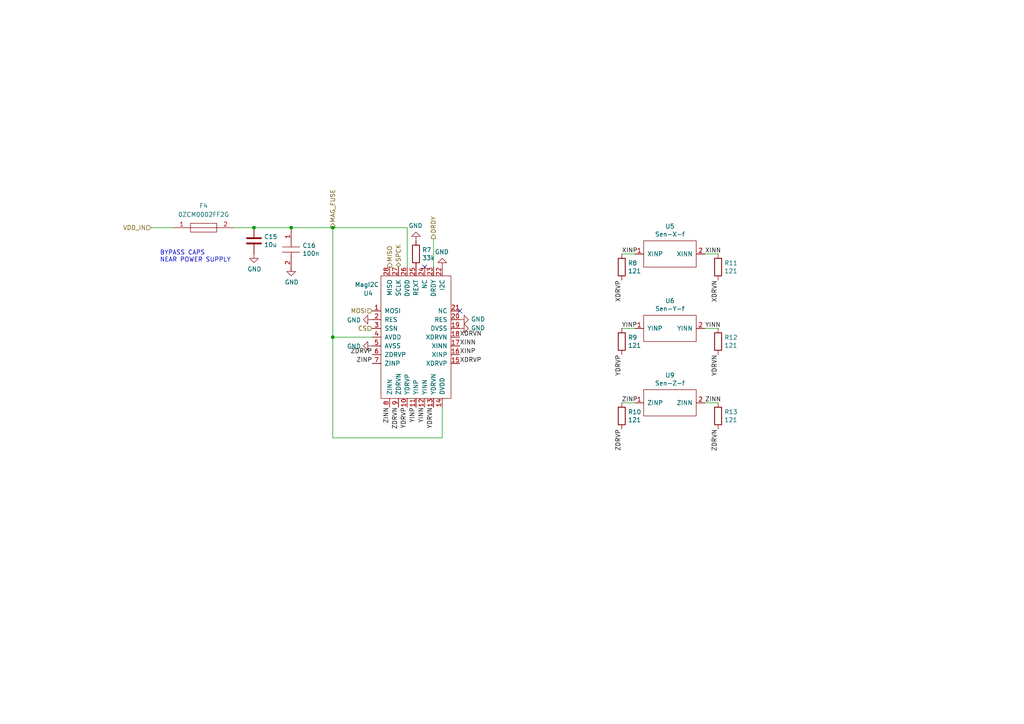
<source format=kicad_sch>
(kicad_sch (version 20211123) (generator eeschema)
  (paper "A4")
  (lib_symbols
    (symbol "ADCS_IC:0ZCM0002FF2G" (pin_names (offset 0.762))
      (property "Reference" "F" (at 13.97 6.35 0))
      (property "Value" "0ZCM0002FF2G" (at 13.97 3.81 0))
      (symbol "0ZCM0002FF2G_0_0"
        (pin passive line (at 0 0 0) (length 5.08) (name "~") (number "1"))
        (pin passive line (at 17.78 0 180) (length 5.08) (name "~") (number "2"))
      )
      (symbol "0ZCM0002FF2G_0_1"
        (polyline (pts (xy 5.08 0) (xy 12.7 0)) (stroke (width 0.1524)))
        (polyline (pts (xy 5.08 1.27) (xy 12.7 1.27) (xy 12.7 -1.27) (xy 5.08 -1.27) (xy 5.08 1.27)) (stroke (width 0.1524)))
      )
    )
    (symbol "ADCS_IC:MagI2C" (pin_names (offset 1.016))
      (property "Reference" "U" (at 0 0 0))
      (property "Value" "MagI2C" (at 0 -2.54 0))
      (symbol "MagI2C_0_1"
        (rectangle (start -10.16 -13.97) (end 10.16 -49.53) (stroke (width 0.1524)))
      )
      (symbol "MagI2C_1_1"
        (pin input line (at -12.7 -24.13 0) (length 2.54) (name "MOSI") (number "1"))
        (pin input line (at -2.54 -52.07 90) (length 2.54) (name "YDRVP") (number "10"))
        (pin input line (at 0 -52.07 90) (length 2.54) (name "YINP") (number "11"))
        (pin input line (at 2.54 -52.07 90) (length 2.54) (name "YINN") (number "12"))
        (pin input line (at 5.08 -52.07 90) (length 2.54) (name "YDRVN") (number "13"))
        (pin input line (at 7.62 -52.07 90) (length 2.54) (name "DVDD") (number "14"))
        (pin input line (at 12.7 -39.37 180) (length 2.54) (name "XDRVP") (number "15"))
        (pin input line (at 12.7 -36.83 180) (length 2.54) (name "XINP") (number "16"))
        (pin input line (at 12.7 -34.29 180) (length 2.54) (name "XINN") (number "17"))
        (pin input line (at 12.7 -31.75 180) (length 2.54) (name "XDRVN") (number "18"))
        (pin input line (at 12.7 -29.21 180) (length 2.54) (name "DVSS") (number "19"))
        (pin input line (at -12.7 -26.67 0) (length 2.54) (name "RES") (number "2"))
        (pin input line (at 12.7 -26.67 180) (length 2.54) (name "RES") (number "20"))
        (pin input line (at 12.7 -24.13 180) (length 2.54) (name "NC") (number "21"))
        (pin input line (at 7.62 -11.43 270) (length 2.54) (name "I2C") (number "22"))
        (pin input line (at 5.08 -11.43 270) (length 2.54) (name "DRDY") (number "23"))
        (pin input line (at 2.54 -11.43 270) (length 2.54) (name "NC") (number "24"))
        (pin input line (at 0 -11.43 270) (length 2.54) (name "REXT") (number "25"))
        (pin input line (at -2.54 -11.43 270) (length 2.54) (name "DVDD") (number "26"))
        (pin input line (at -5.08 -11.43 270) (length 2.54) (name "SCLK") (number "27"))
        (pin input line (at -7.62 -11.43 270) (length 2.54) (name "MISO") (number "28"))
        (pin input line (at -12.7 -29.21 0) (length 2.54) (name "SSN") (number "3"))
        (pin input line (at -12.7 -31.75 0) (length 2.54) (name "AVDD") (number "4"))
        (pin input line (at -12.7 -34.29 0) (length 2.54) (name "AVSS") (number "5"))
        (pin input line (at -12.7 -36.83 0) (length 2.54) (name "ZDRVP") (number "6"))
        (pin input line (at -12.7 -39.37 0) (length 2.54) (name "ZINP") (number "7"))
        (pin input line (at -7.62 -52.07 90) (length 2.54) (name "ZINN") (number "8"))
        (pin input line (at -5.08 -52.07 90) (length 2.54) (name "ZDRVN") (number "9"))
      )
    )
    (symbol "ADCS_IC:Sen-X-f" (pin_names (offset 1.016))
      (property "Reference" "U" (at 0 0 0))
      (property "Value" "Sen-X-f" (at 0 -2.54 0))
      (symbol "Sen-X-f_0_1"
        (rectangle (start -7.62 -5.08) (end 7.62 -12.7))
      )
      (symbol "Sen-X-f_1_1"
        (pin input line (at -10.16 -8.89 0) (length 2.54) (name "XINP") (number "1"))
        (pin input line (at 10.16 -8.89 180) (length 2.54) (name "XINN") (number "2"))
      )
    )
    (symbol "ADCS_IC:Sen-Y-f" (pin_names (offset 1.016))
      (property "Reference" "U" (at 0 0 0))
      (property "Value" "Sen-Y-f" (at 0 -2.54 0))
      (symbol "Sen-Y-f_0_1"
        (rectangle (start -7.62 -5.08) (end 7.62 -12.7))
      )
      (symbol "Sen-Y-f_1_1"
        (pin input line (at -10.16 -8.89 0) (length 2.54) (name "YINP") (number "1"))
        (pin input line (at 10.16 -8.89 180) (length 2.54) (name "YINN") (number "2"))
      )
    )
    (symbol "ADCS_IC:Sen-Z-f" (pin_names (offset 1.016))
      (property "Reference" "U" (at 0 0 0))
      (property "Value" "Sen-Z-f" (at 0 -2.54 0))
      (symbol "Sen-Z-f_0_1"
        (rectangle (start -7.62 -5.08) (end 7.62 -12.7))
      )
      (symbol "Sen-Z-f_1_1"
        (pin input line (at -10.16 -8.89 0) (length 2.54) (name "ZINP") (number "1"))
        (pin input line (at 10.16 -8.89 180) (length 2.54) (name "ZINN") (number "2"))
      )
    )
    (symbol "Device:C" (pin_numbers hide) (pin_names (offset 0.254))
      (property "Reference" "C" (at 0.635 2.54 0))
      (property "Value" "C" (at 0.635 -2.54 0))
      (symbol "C_0_1"
        (polyline (pts (xy -2.032 -0.762) (xy 2.032 -0.762)) (stroke (width 0.508)))
        (polyline (pts (xy -2.032 0.762) (xy 2.032 0.762)) (stroke (width 0.508)))
      )
      (symbol "C_1_1"
        (pin passive line (at 0 3.81 270) (length 2.794) (name "~") (number "1"))
        (pin passive line (at 0 -3.81 90) (length 2.794) (name "~") (number "2"))
      )
    )
    (symbol "Device:R" (pin_numbers hide) (pin_names (offset 0))
      (property "Reference" "R" (at 2.032 0 90))
      (property "Value" "R" (at 0 0 90))
      (symbol "R_0_1"
        (rectangle (start -1.016 -2.54) (end 1.016 2.54) (stroke (width 0.254)))
      )
      (symbol "R_1_1"
        (pin passive line (at 0 3.81 270) (length 1.27) (name "~") (number "1"))
        (pin passive line (at 0 -3.81 90) (length 1.27) (name "~") (number "2"))
      )
    )
    (symbol "OBC_PASSIVE:GCM155R71H104KE02J" (pin_names (offset 0.762))
      (property "Reference" "C" (at 8.89 6.35 0))
      (property "Value" "GCM155R71H104KE02J" (at 8.89 3.81 0))
      (symbol "GCM155R71H104KE02J_0_0"
        (pin passive line (at 0 0 0) (length 5.08) (name "~") (number "1"))
        (pin passive line (at 12.7 0 180) (length 5.08) (name "~") (number "2"))
      )
      (symbol "GCM155R71H104KE02J_0_1"
        (polyline (pts (xy 5.08 0) (xy 5.588 0)) (stroke (width 0.1524)))
        (polyline (pts (xy 5.588 2.54) (xy 5.588 -2.54)) (stroke (width 0.1524)))
        (polyline (pts (xy 7.112 0) (xy 7.62 0)) (stroke (width 0.1524)))
        (polyline (pts (xy 7.112 2.54) (xy 7.112 -2.54)) (stroke (width 0.1524)))
      )
    )
    (symbol "power:GND" (power) (pin_names (offset 0))
      (property "Value" "GND" (at 0 -3.81 0))
      (symbol "GND_0_1"
        (polyline (pts (xy 0 0) (xy 0 -1.27) (xy 1.27 -1.27) (xy 0 -2.54) (xy -1.27 -1.27) (xy 0 -1.27)))
      )
      (symbol "GND_1_1"
        (pin power_in line (at 0 0 270) (length 0) hide (name "GND") (number "1"))
      )
    )
  )
  (junction (at 96.52 97.79))
  (junction (at 84.455 66.04))
  (junction (at 96.52 66.04))
  (junction (at 73.66 66.04))
  (no_connect (at 133.35 90.17))
  (no_connect (at 123.19 77.47))
  (wire (pts (xy 84.455 77.47) (xy 84.455 78.74)))
  (wire (pts (xy 128.27 127) (xy 128.27 118.11)))
  (wire (pts (xy 204.47 73.66) (xy 208.28 73.66)))
  (wire (pts (xy 125.73 69.215) (xy 125.73 77.47)))
  (wire (pts (xy 96.52 66.04) (xy 118.11 66.04)))
  (wire (pts (xy 84.455 66.04) (xy 96.52 66.04)))
  (wire (pts (xy 180.34 116.84) (xy 184.15 116.84)))
  (wire (pts (xy 180.34 73.66) (xy 184.15 73.66)))
  (wire (pts (xy 96.52 66.04) (xy 96.52 97.79)))
  (wire (pts (xy 107.95 97.79) (xy 96.52 97.79)))
  (wire (pts (xy 67.945 66.04) (xy 73.66 66.04)))
  (wire (pts (xy 180.34 95.25) (xy 184.15 95.25)))
  (wire (pts (xy 208.28 95.25) (xy 204.47 95.25)))
  (wire (pts (xy 43.815 66.04) (xy 50.165 66.04)))
  (wire (pts (xy 96.52 127) (xy 128.27 127)))
  (wire (pts (xy 204.47 116.84) (xy 208.28 116.84)))
  (wire (pts (xy 118.11 77.47) (xy 118.11 66.04)))
  (wire (pts (xy 73.66 66.04) (xy 84.455 66.04)))
  (wire (pts (xy 96.52 97.79) (xy 96.52 127)))
  (text "BYPASS CAPS\nNEAR POWER SUPPLY\n" (at 46.355 76.2 0) (effects (font (size 1.27 1.27)) (justify left bottom)))
  (label "ZINN" (at 204.47 116.84 0))
  (label "XINP" (at 180.34 73.66 0))
  (label "XDRVN" (at 133.35 97.79 0))
  (label "XDRVP" (at 133.35 105.41 0))
  (label "ZINP" (at 107.95 105.41 180))
  (label "YINN" (at 204.47 95.25 0))
  (label "ZDRVN" (at 208.28 124.46 270))
  (label "YDRVN" (at 125.73 118.11 270))
  (label "ZDRVP" (at 180.34 124.46 270))
  (label "YINP" (at 180.34 95.25 0))
  (label "YDRVP" (at 118.11 118.11 270))
  (label "YDRVP" (at 180.34 102.87 270))
  (label "YINN" (at 123.19 118.11 270))
  (label "ZDRVP" (at 107.95 102.87 180))
  (label "XDRVP" (at 180.34 81.28 270))
  (label "ZINP" (at 180.34 116.84 0))
  (label "ZINN" (at 113.03 118.11 270))
  (label "XINN" (at 204.47 73.66 0))
  (label "XINP" (at 133.35 102.87 0))
  (label "YINP" (at 120.65 118.11 270))
  (label "ZDRVN" (at 115.57 118.11 270))
  (label "YDRVN" (at 208.28 102.87 270))
  (label "XINN" (at 133.35 100.33 0))
  (label "XDRVN" (at 208.28 81.28 270))
  (hierarchical_label "CS" (shape input) (at 107.95 95.25 180))
  (hierarchical_label "SPCK" (shape bidirectional) (at 115.57 77.47 90))
  (hierarchical_label "MAG_FUSE" (shape output) (at 96.52 66.04 90))
  (hierarchical_label "MOSI" (shape input) (at 107.95 90.17 180))
  (hierarchical_label "VDD_IN" (shape input) (at 43.815 66.04 180))
  (hierarchical_label "MISO" (shape output) (at 113.03 77.47 90))
  (hierarchical_label "DRDY" (shape output) (at 125.73 69.215 90))
  (symbol (lib_id "Device:R") (at 208.28 99.06 0) (unit 1)
    (property "Reference" "R12" (at 210.058 97.8916 0) (effects (justify left)))
    (property "Value" "121" (at 210.058 100.203 0) (effects (justify left)))
    (property "Footprint" "Resistor_SMD:R_0402_1005Metric" (effects hide))
  )
  (symbol (lib_id "power:GND") (at 120.65 69.85 180) (unit 1)
    (property "Reference" "#PWR0134" (effects hide))
    (property "Value" "GND" (at 120.523 65.4558 0))
  )
  (symbol (lib_id "Device:R") (at 208.28 120.65 0) (unit 1)
    (property "Reference" "R13" (at 210.058 119.4816 0) (effects (justify left)))
    (property "Value" "121" (at 210.058 121.793 0) (effects (justify left)))
    (property "Footprint" "Resistor_SMD:R_0402_1005Metric" (effects hide))
  )
  (symbol (lib_id "ADCS_IC:MagI2C") (at 120.65 66.04 0) (unit 1)
    (property "Reference" "U4" (at 105.41 85.09 0) (effects (justify left)))
    (property "Value" "MagI2C" (at 102.87 82.55 0) (effects (justify left)))
    (property "Footprint" "ADCS_IC:RM3100_MAGI2C" (effects hide))
  )
  (symbol (lib_id "Device:R") (at 180.34 120.65 0) (unit 1)
    (property "Reference" "R10" (at 182.118 119.4816 0) (effects (justify left)))
    (property "Value" "121" (at 182.118 121.793 0) (effects (justify left)))
    (property "Footprint" "Resistor_SMD:R_0402_1005Metric" (effects hide))
  )
  (symbol (lib_id "ADCS_IC:Sen-Y-f") (at 194.31 86.36 0) (unit 1)
    (property "Reference" "U6" (at 194.31 87.249 0))
    (property "Value" "Sen-Y-f" (at 194.31 89.5604 0))
    (property "Footprint" "ADCS_IC:RM3100_SEN_XY_modified" (effects hide))
  )
  (symbol (lib_id "Device:R") (at 180.34 99.06 0) (unit 1)
    (property "Reference" "R9" (at 182.118 97.8916 0) (effects (justify left)))
    (property "Value" "121" (at 182.118 100.203 0) (effects (justify left)))
    (property "Footprint" "Resistor_SMD:R_0402_1005Metric" (effects hide))
  )
  (symbol (lib_id "Device:C") (at 73.66 69.85 0) (unit 1)
    (property "Reference" "C15" (at 76.581 68.6816 0) (effects (justify left)))
    (property "Value" "10u" (at 76.581 70.993 0) (effects (justify left)))
    (property "Footprint" "Capacitor_SMD:C_0603_1608Metric" (effects hide))
  )
  (symbol (lib_id "power:GND") (at 133.35 92.71 90) (unit 1)
    (property "Reference" "#PWR0139" (effects hide))
    (property "Value" "GND" (at 136.6012 92.583 90) (effects (justify right)))
  )
  (symbol (lib_id "power:GND") (at 128.27 77.47 180) (unit 1)
    (property "Reference" "#PWR0135" (effects hide))
    (property "Value" "GND" (at 128.143 73.0758 0))
  )
  (symbol (lib_id "ADCS_IC:Sen-X-f") (at 194.31 64.77 0) (unit 1)
    (property "Reference" "U5" (at 194.31 65.659 0))
    (property "Value" "Sen-X-f" (at 194.31 67.9704 0))
    (property "Footprint" "ADCS_IC:RM3100_SEN_XY_modified" (effects hide))
  )
  (symbol (lib_id "Device:R") (at 120.65 73.66 0) (unit 1)
    (property "Reference" "R7" (at 122.428 72.4916 0) (effects (justify left)))
    (property "Value" "33k" (at 122.428 74.803 0) (effects (justify left)))
    (property "Footprint" "Resistor_SMD:R_0402_1005Metric" (effects hide))
  )
  (symbol (lib_id "Device:R") (at 180.34 77.47 0) (unit 1)
    (property "Reference" "R8" (at 182.118 76.3016 0) (effects (justify left)))
    (property "Value" "121" (at 182.118 78.613 0) (effects (justify left)))
    (property "Footprint" "Resistor_SMD:R_0402_1005Metric" (effects hide))
  )
  (symbol (lib_id "power:GND") (at 73.66 73.66 0) (unit 1)
    (property "Reference" "#PWR0142" (effects hide))
    (property "Value" "GND" (at 73.787 78.0542 0))
  )
  (symbol (lib_id "Device:R") (at 208.28 77.47 0) (unit 1)
    (property "Reference" "R11" (at 210.058 76.3016 0) (effects (justify left)))
    (property "Value" "121" (at 210.058 78.613 0) (effects (justify left)))
    (property "Footprint" "Resistor_SMD:R_0402_1005Metric" (effects hide))
  )
  (symbol (lib_id "power:GND") (at 84.455 77.47 0) (unit 1)
    (property "Reference" "#PWR0143" (effects hide))
    (property "Value" "GND" (at 84.582 81.8642 0))
  )
  (symbol (lib_id "power:GND") (at 133.35 95.25 90) (unit 1)
    (property "Reference" "#PWR0140" (effects hide))
    (property "Value" "GND" (at 136.6012 95.123 90) (effects (justify right)))
  )
  (symbol (lib_id "power:GND") (at 107.95 100.33 270) (unit 1)
    (property "Reference" "#PWR0136" (effects hide))
    (property "Value" "GND" (at 104.6988 100.457 90) (effects (justify right)))
  )
  (symbol (lib_id "power:GND") (at 107.95 92.71 270) (unit 1)
    (property "Reference" "#PWR0137" (effects hide))
    (property "Value" "GND" (at 104.6988 92.837 90) (effects (justify right)))
  )
  (symbol (lib_id "ADCS_IC:0ZCM0002FF2G") (at 50.165 66.04 0) (unit 1)
    (property "Reference" "F4" (at 59.055 59.69 0))
    (property "Value" "0ZCM0002FF2G" (at 59.055 62.23 0))
    (property "Footprint" "ADCS_IC:FUSC1607X85N" (effects hide))
    (property "Datasheet" "https://www.belfuse.com/product-detail/circuit-protection-0zcm-series" (effects hide))
    (property "Description" "AEC-Q Compliant 0603 chip size, surface mount PTC resettable fuse" (effects hide))
    (property "Height" "0.85" (effects hide))
    (property "Manufacturer_Name" "Bel" (effects hide))
    (property "Manufacturer_Part_Number" "0ZCM0002FF2G" (effects hide))
  )
  (symbol (lib_id "ADCS_IC:Sen-Z-f") (at 194.31 107.95 0) (unit 1)
    (property "Reference" "U9" (at 194.31 108.839 0))
    (property "Value" "Sen-Z-f" (at 194.31 111.1504 0))
    (property "Footprint" "ADCS_IC:RM3100_SEN_Z_modified" (effects hide))
  )
  (symbol (lib_id "OBC_PASSIVE:GCM155R71H104KE02J") (at 84.455 66.04 270) (unit 1)
    (property "Reference" "C16" (at 87.7062 71.2216 90) (effects (justify left)))
    (property "Value" "100n" (at 87.7062 73.533 90) (effects (justify left)))
    (property "Footprint" "Capacitor_SMD:C_0402_1005Metric" (effects hide))
    (property "Datasheet" "https://psearch.en.murata.com/capacitor/product/GCM155R71H104KE02%23.html" (effects hide))
    (property "Description" "Capacitor GCM15 L=1.0mm W=0.5mm T=0.5mm" (effects hide))
    (property "Height" "0.55" (effects hide))
    (property "Mouser Part Number" "81-GCM155R71H104KE2J" (effects hide))
    (property "Mouser Price/Stock" "https://www.mouser.co.uk/ProductDetail/Murata-Electronics/GCM155R71H104KE02J?qs=hNud%2FORuBR1wlwGPFWBVDg%3D%3D" (effects hide))
    (property "Manufacturer_Name" "Murata Electronics" (effects hide))
    (property "Manufacturer_Part_Number" "GCM155R71H104KE02J" (effects hide))
  )
)
</source>
